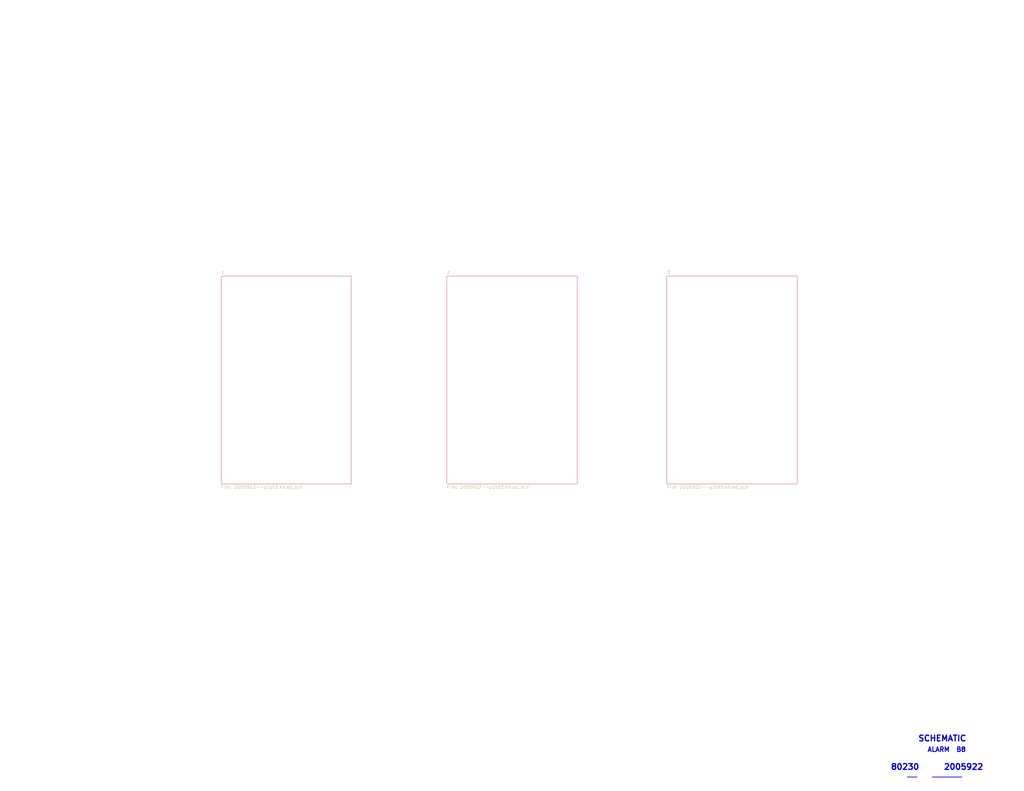
<source format=kicad_sch>
(kicad_sch (version 20211123) (generator eeschema)
  (paper "E")
  (lib_symbols)
  (text "80230" (at 971.8548 841.3496 0) (effects (font (size 6.35 6.35) (thickness 1.27) bold) (justify left bottom)))
  (text "____________" (at 1016.9398 848.9696 0) (effects (font (size 3.556 3.556) (thickness 0.7112) bold) (justify left bottom)))
  (text "ALARM  B8" (at 1011.8598 821.6646 0) (effects (font (size 5.08 5.08) (thickness 1.016) bold) (justify left bottom)))
  (text "2005922" (at 1029.6398 841.3496 0) (effects (font (size 6.35 6.35) (thickness 1.27) bold) (justify left bottom)))
  (text "SCHEMATIC" (at 1001.6998 810.2346 0) (effects (font (size 6.35 6.35) (thickness 1.27) bold) (justify left bottom)))
  (text "____" (at 989.6348 848.9696 0) (effects (font (size 3.556 3.556) (thickness 0.7112) bold) (justify left bottom)))
  (sheet (at 241.3 301.625) (size 142.24 226.695)
    (property "Sheet name" "1" (at 241.3 299.7704 0) (effects (font (size 3.556 3.556)) (justify left bottom)))
    (property "Sheet file" "2005922--p1of3.kicad_sch" (at 241.3 529.819 0) (effects (font (size 3.556 3.556)) (justify left top)))
  )
  (sheet (at 487.68 301.625) (size 142.24 226.695)
    (property "Sheet name" "2" (at 487.68 299.7704 0) (effects (font (size 3.556 3.556)) (justify left bottom)))
    (property "Sheet file" "2005922--p2of3.kicad_sch" (at 487.68 529.819 0) (effects (font (size 3.556 3.556)) (justify left top)))
  )
  (sheet (at 727.71 301.625) (size 142.24 226.695)
    (property "Sheet name" "3" (at 727.71 299.7704 0) (effects (font (size 3.556 3.556)) (justify left bottom)))
    (property "Sheet file" "2005922--p3of3.kicad_sch" (at 727.71 529.819 0) (effects (font (size 3.556 3.556)) (justify left top)))
  )
)
</source>
